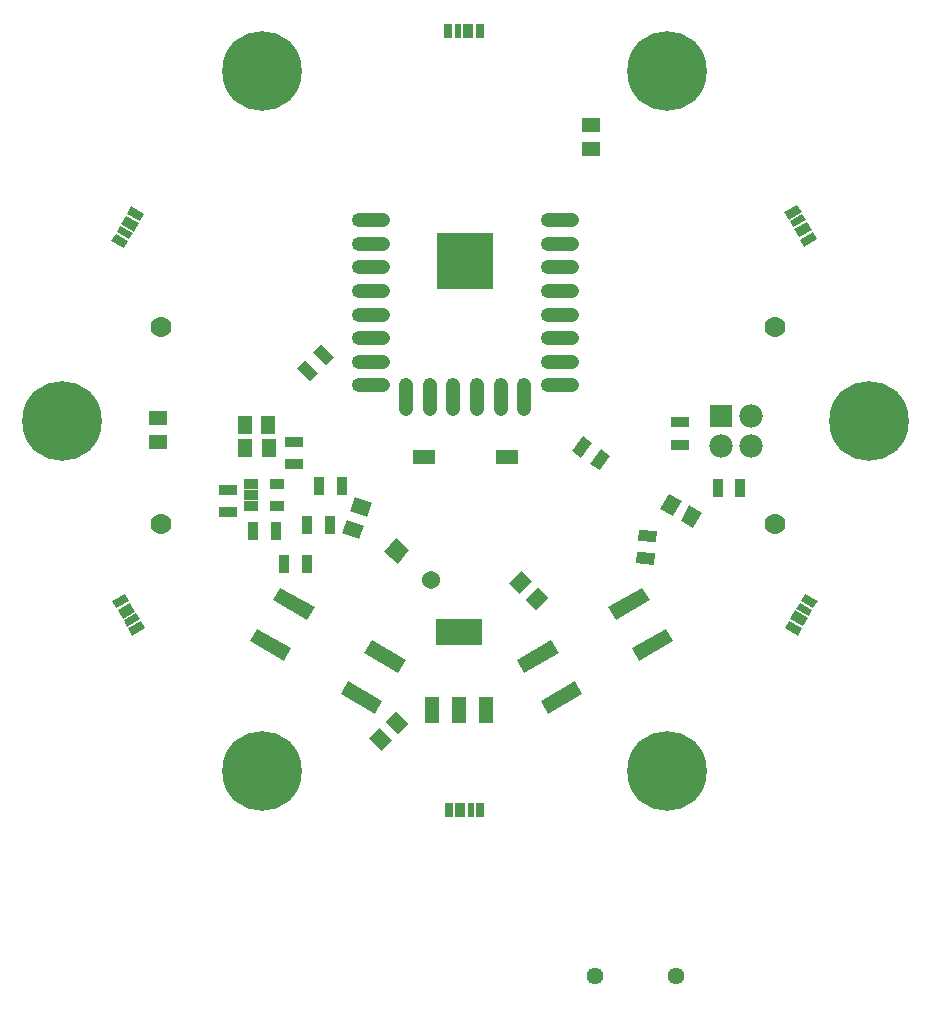
<source format=gts>
G04 #@! TF.FileFunction,Soldermask,Top*
%FSLAX46Y46*%
G04 Gerber Fmt 4.6, Leading zero omitted, Abs format (unit mm)*
G04 Created by KiCad (PCBNEW 4.0.2+dfsg1-stable) date Mon 15 Oct 2018 12:38:46 AM EDT*
%MOMM*%
G01*
G04 APERTURE LIST*
%ADD10C,0.100000*%
%ADD11C,1.764000*%
%ADD12O,3.240000X1.240000*%
%ADD13O,1.240000X3.240000*%
%ADD14C,6.740000*%
%ADD15R,1.240000X1.490000*%
%ADD16R,0.940000X1.540000*%
%ADD17R,1.540000X0.940000*%
%ADD18C,1.440000*%
%ADD19R,1.300000X0.890000*%
%ADD20R,3.897600X2.272000*%
%ADD21R,1.256000X2.272000*%
%ADD22C,1.540000*%
%ADD23R,1.490000X1.240000*%
%ADD24R,4.710400X4.710400*%
%ADD25R,0.690000X1.240000*%
%ADD26R,0.840000X1.240000*%
%ADD27R,0.590000X1.240000*%
%ADD28R,0.740000X1.240000*%
%ADD29R,1.840000X1.240000*%
%ADD30R,1.940000X1.240000*%
%ADD31R,1.967200X1.967200*%
%ADD32O,1.967200X1.967200*%
G04 APERTURE END LIST*
D10*
D11*
X102480000Y-68240000D03*
X50480000Y-68240000D03*
D12*
X68250000Y-59210000D03*
X68250000Y-61210000D03*
X68250000Y-63210000D03*
X68250000Y-65210000D03*
X68250000Y-67210000D03*
X68250000Y-69210000D03*
X68250000Y-71210000D03*
X68250000Y-73210000D03*
D13*
X71250000Y-74210000D03*
X73250000Y-74210000D03*
X75250000Y-74210000D03*
X77250000Y-74210000D03*
X79250000Y-74210000D03*
X81250000Y-74210000D03*
D12*
X84250000Y-73210000D03*
X84250000Y-71210000D03*
X84250000Y-69210000D03*
X84250000Y-67210000D03*
X84250000Y-65210000D03*
X84250000Y-63210000D03*
X84250000Y-61210000D03*
X84250000Y-59210000D03*
D14*
X59080000Y-46570000D03*
D10*
G36*
X92744539Y-83665189D02*
X93489539Y-82374811D01*
X94563411Y-82994811D01*
X93818411Y-84285189D01*
X92744539Y-83665189D01*
X92744539Y-83665189D01*
G37*
G36*
X94476589Y-84665189D02*
X95221589Y-83374811D01*
X96295461Y-83994811D01*
X95550461Y-85285189D01*
X94476589Y-84665189D01*
X94476589Y-84665189D01*
G37*
G36*
X67235999Y-86237107D02*
X65835857Y-85727497D01*
X66259961Y-84562279D01*
X67660103Y-85071889D01*
X67235999Y-86237107D01*
X67235999Y-86237107D01*
G37*
G36*
X67920039Y-84357721D02*
X66519897Y-83848111D01*
X66944001Y-82682893D01*
X68344143Y-83192503D01*
X67920039Y-84357721D01*
X67920039Y-84357721D01*
G37*
D15*
X59570000Y-76550000D03*
X57570000Y-76550000D03*
D10*
G36*
X88504849Y-79143731D02*
X87621542Y-80405225D01*
X86851539Y-79866063D01*
X87734846Y-78604569D01*
X88504849Y-79143731D01*
X88504849Y-79143731D01*
G37*
G36*
X86948461Y-78053937D02*
X86065154Y-79315431D01*
X85295151Y-78776269D01*
X86178458Y-77514775D01*
X86948461Y-78053937D01*
X86948461Y-78053937D01*
G37*
G36*
X90976691Y-85408294D02*
X92510831Y-85542513D01*
X92428905Y-86478936D01*
X90894765Y-86344717D01*
X90976691Y-85408294D01*
X90976691Y-85408294D01*
G37*
G36*
X90811095Y-87301064D02*
X92345235Y-87435283D01*
X92263309Y-88371706D01*
X90729169Y-88237487D01*
X90811095Y-87301064D01*
X90811095Y-87301064D01*
G37*
D16*
X62872000Y-85008000D03*
X64772000Y-85008000D03*
X60940000Y-88320000D03*
X62840000Y-88320000D03*
X58300000Y-85516000D03*
X60200000Y-85516000D03*
X63888000Y-81706000D03*
X65788000Y-81706000D03*
D17*
X61790000Y-77962000D03*
X61790000Y-79862000D03*
X56202000Y-83926000D03*
X56202000Y-82026000D03*
D10*
G36*
X93254405Y-93802615D02*
X93874405Y-94876487D01*
X90981881Y-96546487D01*
X90361881Y-95472615D01*
X93254405Y-93802615D01*
X93254405Y-93802615D01*
G37*
G36*
X91254405Y-90338513D02*
X91874405Y-91412385D01*
X88981881Y-93082385D01*
X88361881Y-92008513D01*
X91254405Y-90338513D01*
X91254405Y-90338513D01*
G37*
G36*
X83538119Y-94793513D02*
X84158119Y-95867385D01*
X81265595Y-97537385D01*
X80645595Y-96463513D01*
X83538119Y-94793513D01*
X83538119Y-94793513D01*
G37*
G36*
X85538119Y-98257615D02*
X86158119Y-99331487D01*
X83265595Y-101001487D01*
X82645595Y-99927615D01*
X85538119Y-98257615D01*
X85538119Y-98257615D01*
G37*
G36*
X69214405Y-99927615D02*
X68594405Y-101001487D01*
X65701881Y-99331487D01*
X66321881Y-98257615D01*
X69214405Y-99927615D01*
X69214405Y-99927615D01*
G37*
G36*
X71214405Y-96463513D02*
X70594405Y-97537385D01*
X67701881Y-95867385D01*
X68321881Y-94793513D01*
X71214405Y-96463513D01*
X71214405Y-96463513D01*
G37*
G36*
X63498119Y-92008513D02*
X62878119Y-93082385D01*
X59985595Y-91412385D01*
X60605595Y-90338513D01*
X63498119Y-92008513D01*
X63498119Y-92008513D01*
G37*
G36*
X61498119Y-95472615D02*
X60878119Y-96546487D01*
X57985595Y-94876487D01*
X58605595Y-93802615D01*
X61498119Y-95472615D01*
X61498119Y-95472615D01*
G37*
D18*
X94070000Y-123250000D03*
X87270000Y-123250000D03*
D19*
X58150000Y-81518000D03*
X58150000Y-82468000D03*
X58150000Y-83418000D03*
X60350000Y-83418000D03*
X60350000Y-81518000D03*
D20*
X75710000Y-94067999D03*
D21*
X75710000Y-100672001D03*
X77996001Y-100672000D03*
X73423999Y-100672000D03*
D10*
G36*
X69355199Y-87324908D02*
X70345092Y-86145199D01*
X71524801Y-87135092D01*
X70534908Y-88314801D01*
X69355199Y-87324908D01*
X69355199Y-87324908D01*
G37*
D22*
X73350969Y-89672593D03*
D23*
X86870000Y-51160000D03*
X86870000Y-53160000D03*
D11*
X50480000Y-84950000D03*
X102460000Y-84950000D03*
D23*
X50250000Y-78000000D03*
X50250000Y-76000000D03*
D14*
X93300000Y-105840000D03*
X42105000Y-76245000D03*
X110420000Y-76210000D03*
X59070000Y-105830000D03*
X93310000Y-46570000D03*
D24*
X76210000Y-62700000D03*
D10*
G36*
X83302308Y-91188719D02*
X82248719Y-92242308D01*
X81371906Y-91365495D01*
X82425495Y-90311906D01*
X83302308Y-91188719D01*
X83302308Y-91188719D01*
G37*
G36*
X81888094Y-89774505D02*
X80834505Y-90828094D01*
X79957692Y-89951281D01*
X81011281Y-88897692D01*
X81888094Y-89774505D01*
X81888094Y-89774505D01*
G37*
D17*
X94410000Y-76340000D03*
X94410000Y-78240000D03*
D10*
G36*
X47976077Y-58057039D02*
X49049949Y-58677039D01*
X48704949Y-59274597D01*
X47631077Y-58654597D01*
X47976077Y-58057039D01*
X47976077Y-58057039D01*
G37*
G36*
X47526077Y-58836461D02*
X48599949Y-59456461D01*
X48179949Y-60183923D01*
X47106077Y-59563923D01*
X47526077Y-58836461D01*
X47526077Y-58836461D01*
G37*
G36*
X47026077Y-59702488D02*
X48099949Y-60322488D01*
X47804949Y-60833442D01*
X46731077Y-60213442D01*
X47026077Y-59702488D01*
X47026077Y-59702488D01*
G37*
G36*
X46651077Y-60352007D02*
X47724949Y-60972007D01*
X47354949Y-61612865D01*
X46281077Y-60992865D01*
X46651077Y-60352007D01*
X46651077Y-60352007D01*
G37*
G36*
X46366077Y-91467039D02*
X47439949Y-90847039D01*
X47784949Y-91444597D01*
X46711077Y-92064597D01*
X46366077Y-91467039D01*
X46366077Y-91467039D01*
G37*
G36*
X46816077Y-92246461D02*
X47889949Y-91626461D01*
X48309949Y-92353923D01*
X47236077Y-92973923D01*
X46816077Y-92246461D01*
X46816077Y-92246461D01*
G37*
G36*
X47316077Y-93112488D02*
X48389949Y-92492488D01*
X48684949Y-93003442D01*
X47611077Y-93623442D01*
X47316077Y-93112488D01*
X47316077Y-93112488D01*
G37*
G36*
X47691077Y-93762007D02*
X48764949Y-93142007D01*
X49134949Y-93782865D01*
X48061077Y-94402865D01*
X47691077Y-93762007D01*
X47691077Y-93762007D01*
G37*
D25*
X74865000Y-109140000D03*
D26*
X75840000Y-109140000D03*
D27*
X76715000Y-109140000D03*
D28*
X77540000Y-109140000D03*
D10*
G36*
X104383923Y-94382961D02*
X103310051Y-93762961D01*
X103655051Y-93165403D01*
X104728923Y-93785403D01*
X104383923Y-94382961D01*
X104383923Y-94382961D01*
G37*
G36*
X104833923Y-93603539D02*
X103760051Y-92983539D01*
X104180051Y-92256077D01*
X105253923Y-92876077D01*
X104833923Y-93603539D01*
X104833923Y-93603539D01*
G37*
G36*
X105333923Y-92737512D02*
X104260051Y-92117512D01*
X104555051Y-91606558D01*
X105628923Y-92226558D01*
X105333923Y-92737512D01*
X105333923Y-92737512D01*
G37*
G36*
X105708923Y-92087993D02*
X104635051Y-91467993D01*
X105005051Y-90827135D01*
X106078923Y-91447135D01*
X105708923Y-92087993D01*
X105708923Y-92087993D01*
G37*
G36*
X106043923Y-60842961D02*
X104970051Y-61462961D01*
X104625051Y-60865403D01*
X105698923Y-60245403D01*
X106043923Y-60842961D01*
X106043923Y-60842961D01*
G37*
G36*
X105593923Y-60063539D02*
X104520051Y-60683539D01*
X104100051Y-59956077D01*
X105173923Y-59336077D01*
X105593923Y-60063539D01*
X105593923Y-60063539D01*
G37*
G36*
X105093923Y-59197512D02*
X104020051Y-59817512D01*
X103725051Y-59306558D01*
X104798923Y-58686558D01*
X105093923Y-59197512D01*
X105093923Y-59197512D01*
G37*
G36*
X104718923Y-58547993D02*
X103645051Y-59167993D01*
X103275051Y-58527135D01*
X104348923Y-57907135D01*
X104718923Y-58547993D01*
X104718923Y-58547993D01*
G37*
D25*
X77485000Y-43190000D03*
D26*
X76510000Y-43190000D03*
D27*
X75635000Y-43190000D03*
D28*
X74810000Y-43190000D03*
D15*
X59600000Y-78500000D03*
X57600000Y-78500000D03*
D10*
G36*
X64039619Y-69751437D02*
X65128563Y-70840381D01*
X64463883Y-71505061D01*
X63374939Y-70416117D01*
X64039619Y-69751437D01*
X64039619Y-69751437D01*
G37*
G36*
X62696117Y-71094939D02*
X63785061Y-72183883D01*
X63120381Y-72848563D01*
X62031437Y-71759619D01*
X62696117Y-71094939D01*
X62696117Y-71094939D01*
G37*
D16*
X97650000Y-81860000D03*
X99550000Y-81860000D03*
D29*
X79780000Y-79270000D03*
D30*
X72780000Y-79270000D03*
D31*
X97900000Y-75770000D03*
D32*
X100440000Y-75770000D03*
X97900000Y-78310000D03*
X100440000Y-78310000D03*
D10*
G36*
X69151281Y-104132308D02*
X68097692Y-103078719D01*
X68974505Y-102201906D01*
X70028094Y-103255495D01*
X69151281Y-104132308D01*
X69151281Y-104132308D01*
G37*
G36*
X70565495Y-102718094D02*
X69511906Y-101664505D01*
X70388719Y-100787692D01*
X71442308Y-101841281D01*
X70565495Y-102718094D01*
X70565495Y-102718094D01*
G37*
M02*

</source>
